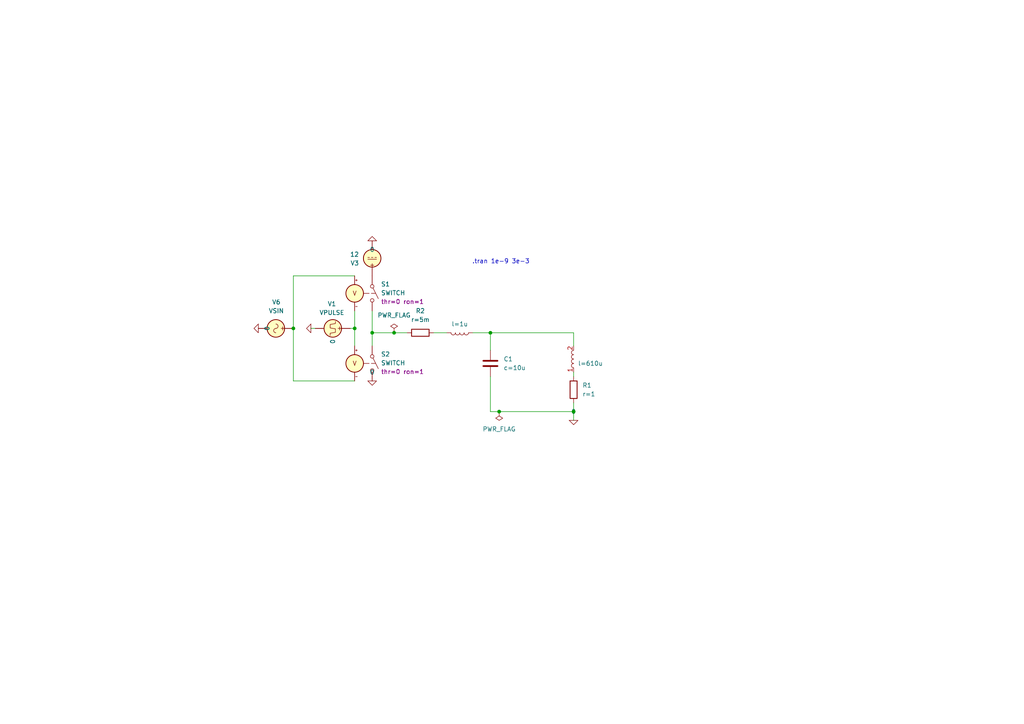
<source format=kicad_sch>
(kicad_sch (version 20231120) (generator "eeschema") (generator_version "8.0")
  (paper "A4")
  (lib_symbols
    (symbol "Device:C" (pin_numbers hide) (pin_names (offset 0.254))
      (property "Reference" "C" (at 0.635 2.54 0))
      (property "Value" "C" (at 0.635 -2.54 0))
      (symbol "C_0_1"
        (polyline (pts (xy -2.032 -0.762) (xy 2.032 -0.762)) (stroke (width 0.508)))
        (polyline (pts (xy -2.032 0.762) (xy 2.032 0.762)) (stroke (width 0.508)))
      )
      (symbol "C_1_1"
        (pin passive line (at 0 3.81 270) (length 2.794) (name "~") (number "1"))
        (pin passive line (at 0 -3.81 90) (length 2.794) (name "~") (number "2"))
      )
    )
    (symbol "Device:L" (pin_numbers hide) (pin_names (offset 1.016) hide)
      (property "Reference" "L" (at -1.27 0 90))
      (property "Value" "L" (at 1.905 0 90))
      (symbol "L_0_1"
        (arc (start 0 -2.54) (mid 0.6323 -1.905) (end 0 -1.27))
        (arc (start 0 -1.27) (mid 0.6323 -0.635) (end 0 0))
        (arc (start 0 0) (mid 0.6323 0.635) (end 0 1.27))
        (arc (start 0 1.27) (mid 0.6323 1.905) (end 0 2.54))
      )
      (symbol "L_1_1"
        (pin passive line (at 0 3.81 270) (length 1.27) (name "1") (number "1"))
        (pin passive line (at 0 -3.81 90) (length 1.27) (name "2") (number "2"))
      )
    )
    (symbol "Device:R" (pin_numbers hide) (pin_names (offset 0))
      (property "Reference" "R" (at 2.032 0 90))
      (property "Value" "R" (at 0 0 90))
      (symbol "R_0_1"
        (rectangle (start -1.016 -2.54) (end 1.016 2.54) (stroke (width 0.254)))
      )
      (symbol "R_1_1"
        (pin passive line (at 0 3.81 270) (length 1.27) (name "~") (number "1"))
        (pin passive line (at 0 -3.81 90) (length 1.27) (name "~") (number "2"))
      )
    )
    (symbol "L_1" (pin_names (offset 1.016) hide)
      (property "Reference" "L" (at -1.27 0 90))
      (property "Value" "L" (at 1.905 0 90))
      (symbol "L_1_0_1"
        (arc (start 0 -2.54) (mid 0.6323 -1.905) (end 0 -1.27))
        (arc (start 0 -1.27) (mid 0.6323 -0.635) (end 0 0))
        (arc (start 0 0) (mid 0.6323 0.635) (end 0 1.27))
        (arc (start 0 1.27) (mid 0.6323 1.905) (end 0 2.54))
      )
      (symbol "L_1_1_1"
        (pin passive line (at 0 3.81 270) (length 1.27) (name "1") (number "1"))
        (pin passive line (at 0 -3.81 90) (length 1.27) (name "2") (number "2"))
      )
    )
    (symbol "Simulation_SPICE:0" (power) (pin_numbers hide) (pin_names (offset 0) hide)
      (property "Value" "0" (at 0 -2.54 0))
      (symbol "0_0_1"
        (polyline (pts (xy -1.27 0) (xy 0 -1.27) (xy 1.27 0) (xy -1.27 0)))
      )
      (symbol "0_1_1"
        (pin power_in line (at 0 0 0) (length 0) (name "~") (number "1"))
      )
    )
    (symbol "Simulation_SPICE:SWITCH" (pin_numbers hide) (pin_names (offset 1.016) hide)
      (property "Reference" "S" (at 2.54 2.54 0))
      (property "Value" "SWITCH" (at 2.54 0 0))
      (property "Sim.Params" "thr=0 ron=1" (at 2.54 -2.54 0))
      (symbol "SWITCH_0_1"
        (circle (center 0 -2.032) (radius 0.508))
        (polyline (pts (xy 0.254 1.524) (xy 1.778 -1.524)))
        (circle (center 0 2.032) (radius 0.508))
      )
      (symbol "SWITCH_1_1"
        (circle (center -5.08 0) (radius 2.54) (stroke (width 0.254)) (fill (type background)))
        (polyline (pts (xy -4.826 -3.81) (xy -4.318 -3.81)))
        (polyline (pts (xy -4.826 3.81) (xy -4.318 3.81)))
        (polyline (pts (xy -4.572 4.064) (xy -4.572 3.556)))
        (polyline (pts (xy -2.54 0) (xy 0.889 0)) (stroke (width 0) (type dash)))
        (text "V" (at -5.08 0 0) (effects (font (size 1.27 1.27))))
        (pin passive line (at 0 5.08 270) (length 2.54) (name "N+") (number "1"))
        (pin passive line (at 0 -5.08 90) (length 2.54) (name "N-") (number "2"))
        (pin input line (at -5.08 5.08 270) (length 2.54) (name "C+") (number "3"))
        (pin input line (at -5.08 -5.08 90) (length 2.54) (name "C-") (number "4"))
      )
    )
    (symbol "Simulation_SPICE:VDC" (pin_numbers hide) (pin_names (offset 0.0254))
      (property "Reference" "V" (at 2.54 2.54 0))
      (property "Value" "1" (at 2.54 0 0))
      (symbol "VDC_0_0"
        (polyline (pts (xy -1.27 0.254) (xy 1.27 0.254)))
        (polyline (pts (xy -0.762 -0.254) (xy -1.27 -0.254)))
        (polyline (pts (xy 0.254 -0.254) (xy -0.254 -0.254)))
        (polyline (pts (xy 1.27 -0.254) (xy 0.762 -0.254)))
        (text "+" (at 0 1.905 0) (effects (font (size 1.27 1.27))))
      )
      (symbol "VDC_0_1"
        (circle (center 0 0) (radius 2.54) (stroke (width 0.254)) (fill (type background)))
      )
      (symbol "VDC_1_1"
        (pin passive line (at 0 5.08 270) (length 2.54) (name "~") (number "1"))
        (pin passive line (at 0 -5.08 90) (length 2.54) (name "~") (number "2"))
      )
    )
    (symbol "Simulation_SPICE:VPULSE" (pin_numbers hide) (pin_names (offset 0.0254))
      (property "Reference" "V" (at 2.54 2.54 0))
      (property "Value" "VPULSE" (at 2.54 0 0))
      (property "Sim.Params" "y1=0 y2=1 td=2n tr=2n tf=2n tw=50n per=100n" (at 2.54 -2.54 0))
      (symbol "VPULSE_0_0"
        (polyline (pts (xy -2.032 -0.762) (xy -1.397 -0.762) (xy -1.143 0.762) (xy -0.127 0.762) (xy 0.127 -0.762) (xy 1.143 -0.762) (xy 1.397 0.762) (xy 2.032 0.762)))
        (text "+" (at 0 1.905 0) (effects (font (size 1.27 1.27))))
      )
      (symbol "VPULSE_0_1"
        (circle (center 0 0) (radius 2.54) (stroke (width 0.254)) (fill (type background)))
      )
      (symbol "VPULSE_1_1"
        (pin passive line (at 0 5.08 270) (length 2.54) (name "~") (number "1"))
        (pin passive line (at 0 -5.08 90) (length 2.54) (name "~") (number "2"))
      )
    )
    (symbol "Simulation_SPICE:VSIN" (pin_numbers hide) (pin_names (offset 0.0254))
      (property "Reference" "V" (at 2.54 2.54 0))
      (property "Value" "VSIN" (at 2.54 0 0))
      (property "Sim.Params" "dc=0 ampl=1 f=1k ac=1" (at 2.54 -2.54 0))
      (symbol "VSIN_0_0"
        (arc (start 0 0) (mid -0.635 0.6323) (end -1.27 0))
        (arc (start 0 0) (mid 0.635 -0.6323) (end 1.27 0))
        (text "+" (at 0 1.905 0) (effects (font (size 1.27 1.27))))
      )
      (symbol "VSIN_0_1"
        (circle (center 0 0) (radius 2.54) (stroke (width 0.254)) (fill (type background)))
      )
      (symbol "VSIN_1_1"
        (pin passive line (at 0 5.08 270) (length 2.54) (name "~") (number "1"))
        (pin passive line (at 0 -5.08 90) (length 2.54) (name "~") (number "2"))
      )
    )
    (symbol "power:PWR_FLAG" (power) (pin_numbers hide) (pin_names (offset 0) hide)
      (property "Value" "PWR_FLAG" (at 0 3.81 0))
      (symbol "PWR_FLAG_0_0"
        (pin power_out line (at 0 0 90) (length 0) (name "~") (number "1"))
      )
      (symbol "PWR_FLAG_0_1"
        (polyline (pts (xy 0 0) (xy 0 1.27) (xy -1.016 1.905) (xy 0 2.54) (xy 1.016 1.905) (xy 0 1.27)))
      )
    )
  )
  (junction (at 114.3 96.52))
  (junction (at 85.09 95.25))
  (junction (at 166.37 119.38))
  (junction (at 107.95 96.52))
  (junction (at 144.78 119.38))
  (junction (at 102.87 95.25))
  (junction (at 142.24 96.52))
  (wire (pts (xy 85.09 95.25) (xy 85.09 110.49)))
  (wire (pts (xy 142.24 96.52) (xy 166.37 96.52)))
  (wire (pts (xy 144.78 119.38) (xy 166.37 119.38)))
  (wire (pts (xy 166.37 116.84) (xy 166.37 119.38)))
  (wire (pts (xy 107.95 96.52) (xy 107.95 100.33)))
  (wire (pts (xy 102.87 80.01) (xy 85.09 80.01)))
  (wire (pts (xy 107.95 96.52) (xy 114.3 96.52)))
  (wire (pts (xy 102.87 95.25) (xy 102.87 100.33)))
  (wire (pts (xy 114.3 96.52) (xy 118.11 96.52)))
  (wire (pts (xy 166.37 100.33) (xy 166.37 96.52)))
  (wire (pts (xy 166.37 119.38) (xy 166.37 121.92)))
  (wire (pts (xy 102.87 90.17) (xy 102.87 95.25)))
  (wire (pts (xy 101.6 95.25) (xy 102.87 95.25)))
  (wire (pts (xy 91.44 95.25) (xy 90.17 95.25)))
  (wire (pts (xy 85.09 80.01) (xy 85.09 95.25)))
  (wire (pts (xy 142.24 109.22) (xy 142.24 119.38)))
  (wire (pts (xy 142.24 96.52) (xy 142.24 101.6)))
  (wire (pts (xy 85.09 110.49) (xy 102.87 110.49)))
  (wire (pts (xy 137.16 96.52) (xy 142.24 96.52)))
  (wire (pts (xy 142.24 119.38) (xy 144.78 119.38)))
  (wire (pts (xy 166.37 107.95) (xy 166.37 109.22)))
  (wire (pts (xy 107.95 90.17) (xy 107.95 96.52)))
  (wire (pts (xy 125.73 96.52) (xy 129.54 96.52)))
  (text ".tran 1e-9 3e-3" (at 145.288 75.946 0) (effects (font (size 1.27 1.27))))
  (symbol (lib_id "Simulation_SPICE:0") (at 107.95 110.49 0) (unit 1)
    (property "Reference" "#GND06" (effects (hide yes)))
    (property "Value" "0" (at 107.95 107.95 0))
    (property "Datasheet" "https://ngspice.sourceforge.io/docs/ngspice-html-manual/manual.xhtml#subsec_Circuit_elements__device" (effects (hide yes)))
    (property "Description" "0V reference potential for simulation" (effects (hide yes)))
  )
  (symbol (lib_id "Device:L") (at 133.35 96.52 270) (unit 1)
    (property "Reference" "L2" (effects (hide yes)))
    (property "Value" "${SIM.PARAMS}" (at 133.35 93.98 90))
    (property "Description" "Inductor" (effects (hide yes)))
    (property "Sim.Device" "L" (effects (hide yes)))
    (property "Sim.Type" "=" (effects (hide yes)))
    (property "Sim.Params" "l=1u" (effects (hide yes)))
    (property "Sim.Pins" "1=+ 2=-" (effects (hide yes)))
  )
  (symbol (lib_id "Simulation_SPICE:VDC") (at 107.95 74.93 180) (unit 1)
    (property "Reference" "V3" (at 104.14 76.3299 0) (effects (justify left)))
    (property "Value" "12" (at 104.14 73.7899 0) (effects (justify left)))
    (property "Datasheet" "https://ngspice.sourceforge.io/docs/ngspice-html-manual/manual.xhtml#sec_Independent_Sources_for" (effects (hide yes)))
    (property "Description" "Voltage source, DC" (effects (hide yes)))
    (property "Sim.Pins" "1=+ 2=-" (effects (hide yes)))
    (property "Sim.Type" "DC" (effects (hide yes)))
    (property "Sim.Device" "V" (effects (hide yes)))
  )
  (symbol (lib_id "power:PWR_FLAG") (at 114.3 96.52 0) (unit 1)
    (property "Reference" "#FLG01" (effects (hide yes)))
    (property "Value" "PWR_FLAG" (at 114.3 91.44 0))
    (property "Description" "Special symbol for telling ERC where power comes from" (effects (hide yes)))
  )
  (symbol (lib_id "power:PWR_FLAG") (at 144.78 119.38 180) (unit 1)
    (property "Reference" "#FLG02" (effects (hide yes)))
    (property "Value" "PWR_FLAG" (at 144.78 124.46 0))
    (property "Description" "Special symbol for telling ERC where power comes from" (effects (hide yes)))
  )
  (symbol (lib_id "Simulation_SPICE:0") (at 166.37 121.92 0) (unit 1)
    (property "Reference" "#GND05" (effects (hide yes)))
    (property "Value" "0" (at 166.37 119.38 0))
    (property "Datasheet" "https://ngspice.sourceforge.io/docs/ngspice-html-manual/manual.xhtml#subsec_Circuit_elements__device" (effects (hide yes)))
    (property "Description" "0V reference potential for simulation" (effects (hide yes)))
  )
  (symbol (lib_id "Simulation_SPICE:SWITCH") (at 107.95 85.09 0) (unit 1)
    (property "Reference" "S1" (at 110.49 82.4229 0) (effects (justify left)))
    (property "Value" "SWITCH" (at 110.49 84.9629 0) (effects (justify left)))
    (property "Datasheet" "https://ngspice.sourceforge.io/docs/ngspice-html-manual/manual.xhtml#subsec_Switches" (effects (hide yes)))
    (property "Description" "Voltage controlled switch symbol for simulation only" (effects (hide yes)))
    (property "Sim.Device" "SW" (effects (hide yes)))
    (property "Sim.Type" "V" (effects (hide yes)))
    (property "Sim.Params" "thr=0 ron=1" (at 110.49 87.5029 0) (effects (justify left)))
    (property "Sim.Pins" "1=no+ 2=no- 3=ctrl+ 4=ctrl-" (effects (hide yes)))
  )
  (symbol (lib_id "Simulation_SPICE:SWITCH") (at 107.95 105.41 0) (unit 1)
    (property "Reference" "S2" (at 110.49 102.7429 0) (effects (justify left)))
    (property "Value" "SWITCH" (at 110.49 105.2829 0) (effects (justify left)))
    (property "Datasheet" "https://ngspice.sourceforge.io/docs/ngspice-html-manual/manual.xhtml#subsec_Switches" (effects (hide yes)))
    (property "Description" "Voltage controlled switch symbol for simulation only" (effects (hide yes)))
    (property "Sim.Device" "SW" (effects (hide yes)))
    (property "Sim.Type" "V" (effects (hide yes)))
    (property "Sim.Params" "thr=0 ron=1" (at 110.49 107.8229 0) (effects (justify left)))
    (property "Sim.Pins" "1=no+ 2=no- 3=ctrl+ 4=ctrl-" (effects (hide yes)))
  )
  (symbol (lib_name "L_1") (lib_id "Device:L") (at 166.37 104.14 180) (unit 1)
    (property "Reference" "L1" (effects (hide yes)))
    (property "Value" "${SIM.PARAMS}" (at 167.64 105.4099 0) (effects (justify right)))
    (property "Description" "Inductor" (effects (hide yes)))
    (property "Sim.Device" "L" (effects (hide yes)))
    (property "Sim.Type" "=" (effects (hide yes)))
    (property "Sim.Params" "l=610u" (effects (hide yes)))
    (property "Sim.Pins" "1=+ 2=-" (effects (hide yes)))
  )
  (symbol (lib_id "Device:R") (at 121.92 96.52 270) (unit 1)
    (property "Reference" "R2" (at 121.92 90.17 90))
    (property "Value" "${SIM.PARAMS}" (at 121.92 92.71 90))
    (property "Description" "Resistor" (effects (hide yes)))
    (property "Sim.Device" "R" (effects (hide yes)))
    (property "Sim.Type" "=" (effects (hide yes)))
    (property "Sim.Params" "r=5m" (effects (hide yes)))
    (property "Sim.Pins" "1=+ 2=-" (effects (hide yes)))
  )
  (symbol (lib_id "Device:C") (at 142.24 105.41 0) (unit 1)
    (property "Reference" "C1" (at 146.05 104.1399 0) (effects (justify left)))
    (property "Value" "${SIM.PARAMS}" (at 146.05 106.6799 0) (effects (justify left)))
    (property "Description" "Unpolarized capacitor" (effects (hide yes)))
    (property "Sim.Device" "C" (effects (hide yes)))
    (property "Sim.Type" "=" (effects (hide yes)))
    (property "Sim.Params" "c=10u" (effects (hide yes)))
    (property "Sim.Pins" "1=+ 2=-" (effects (hide yes)))
  )
  (symbol (lib_id "Simulation_SPICE:0") (at 107.95 69.85 180) (unit 1)
    (property "Reference" "#GND02" (effects (hide yes)))
    (property "Value" "0" (at 107.95 72.39 0))
    (property "Datasheet" "https://ngspice.sourceforge.io/docs/ngspice-html-manual/manual.xhtml#subsec_Circuit_elements__device" (effects (hide yes)))
    (property "Description" "0V reference potential for simulation" (effects (hide yes)))
  )
  (symbol (lib_id "Simulation_SPICE:0") (at 90.17 95.25 270) (unit 1)
    (property "Reference" "#GND01" (effects (hide yes)))
    (property "Value" "0" (at 96.52 99.06 0))
    (property "Datasheet" "https://ngspice.sourceforge.io/docs/ngspice-html-manual/manual.xhtml#subsec_Circuit_elements__device" (effects (hide yes)))
    (property "Description" "0V reference potential for simulation" (effects (hide yes)))
  )
  (symbol (lib_id "Simulation_SPICE:VPULSE") (at 96.52 95.25 270) (mirror x) (unit 1)
    (property "Reference" "V1" (at 96.266 88.138 90))
    (property "Value" "VPULSE" (at 96.266 90.678 90))
    (property "Datasheet" "https://ngspice.sourceforge.io/docs/ngspice-html-manual/manual.xhtml#sec_Independent_Sources_for" (effects (hide yes)))
    (property "Description" "Voltage source, pulse" (effects (hide yes)))
    (property "Sim.Pins" "1=+ 2=-" (effects (hide yes)))
    (property "Sim.Type" "PULSE" (effects (hide yes)))
    (property "Sim.Device" "V" (effects (hide yes)))
    (property "Sim.Params" "y1=0 y2=1G td=2n tr=166 tf=0 tw=1n per=166n" (effects (hide yes)))
  )
  (symbol (lib_id "Device:R") (at 166.37 113.03 180) (unit 1)
    (property "Reference" "R1" (at 168.91 111.7599 0) (effects (justify right)))
    (property "Value" "${SIM.PARAMS}" (at 168.91 114.2999 0) (effects (justify right)))
    (property "Description" "Resistor" (effects (hide yes)))
    (property "Sim.Device" "R" (effects (hide yes)))
    (property "Sim.Type" "=" (effects (hide yes)))
    (property "Sim.Params" "r=1" (effects (hide yes)))
    (property "Sim.Pins" "1=+ 2=-" (effects (hide yes)))
  )
  (symbol (lib_id "Simulation_SPICE:VSIN") (at 80.01 95.25 270) (unit 1)
    (property "Reference" "V6" (at 80.1398 87.63 90))
    (property "Value" "VSIN" (at 80.1398 90.17 90))
    (property "Datasheet" "https://ngspice.sourceforge.io/docs/ngspice-html-manual/manual.xhtml#sec_Independent_Sources_for" (effects (hide yes)))
    (property "Description" "Voltage source, sinusoidal" (effects (hide yes)))
    (property "Sim.Pins" "1=+ 2=-" (effects (hide yes)))
    (property "Sim.Params" "dc=0.5 ampl=0.5 f=10k td=0 theta=0 phase=0 ac=1" (effects (hide yes)))
    (property "Sim.Type" "SIN" (effects (hide yes)))
    (property "Sim.Device" "V" (effects (hide yes)))
  )
  (symbol (lib_id "Simulation_SPICE:0") (at 74.93 95.25 270) (unit 1)
    (property "Reference" "#GND03" (effects (hide yes)))
    (property "Value" "0" (at 77.47 95.25 0))
    (property "Datasheet" "https://ngspice.sourceforge.io/docs/ngspice-html-manual/manual.xhtml#subsec_Circuit_elements__device" (effects (hide yes)))
    (property "Description" "0V reference potential for simulation" (effects (hide yes)))
  )
)
</source>
